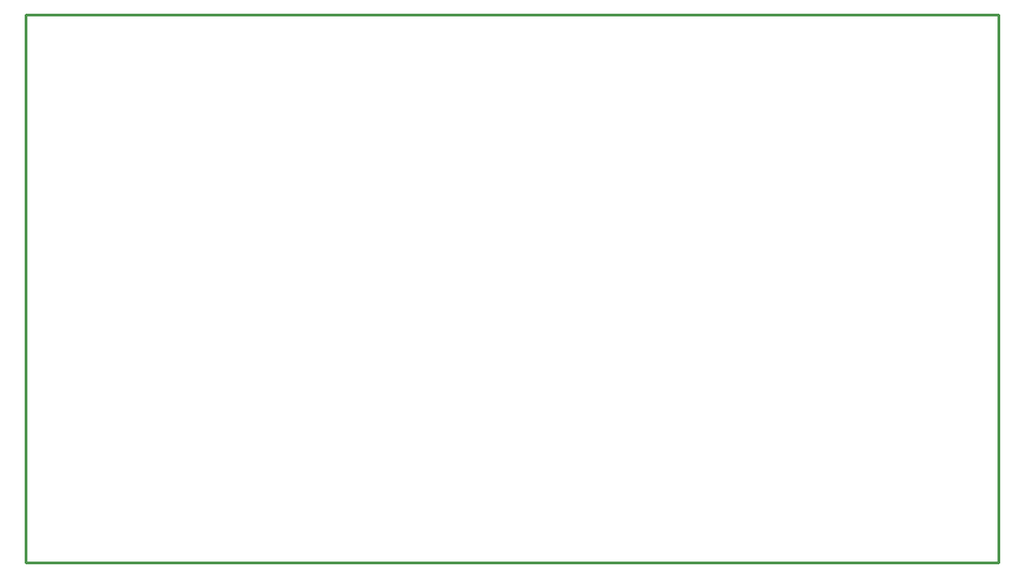
<source format=gko>
G04*
G04 #@! TF.GenerationSoftware,Altium Limited,Altium Designer,21.6.4 (81)*
G04*
G04 Layer_Color=16711935*
%FSLAX25Y25*%
%MOIN*%
G70*
G04*
G04 #@! TF.SameCoordinates,5C3FC4FD-EDC0-4224-B471-B9A6CD0CAB0C*
G04*
G04*
G04 #@! TF.FilePolarity,Positive*
G04*
G01*
G75*
%ADD12C,0.01000*%
D12*
Y200000D02*
X355000D01*
Y0D02*
Y200000D01*
X0Y0D02*
X355000D01*
X0D02*
Y200000D01*
M02*

</source>
